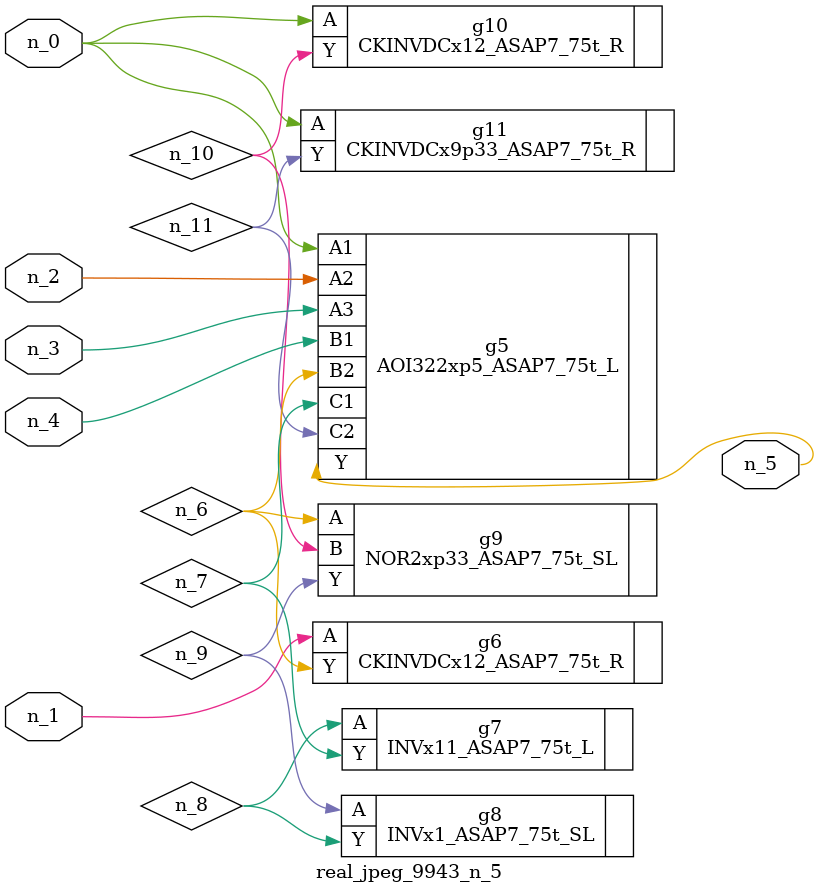
<source format=v>
module real_jpeg_9943_n_5 (n_4, n_0, n_1, n_2, n_3, n_5);

input n_4;
input n_0;
input n_1;
input n_2;
input n_3;

output n_5;

wire n_8;
wire n_11;
wire n_6;
wire n_7;
wire n_10;
wire n_9;

AOI322xp5_ASAP7_75t_L g5 ( 
.A1(n_0),
.A2(n_2),
.A3(n_3),
.B1(n_4),
.B2(n_6),
.C1(n_7),
.C2(n_11),
.Y(n_5)
);

CKINVDCx12_ASAP7_75t_R g10 ( 
.A(n_0),
.Y(n_10)
);

CKINVDCx9p33_ASAP7_75t_R g11 ( 
.A(n_0),
.Y(n_11)
);

CKINVDCx12_ASAP7_75t_R g6 ( 
.A(n_1),
.Y(n_6)
);

NOR2xp33_ASAP7_75t_SL g9 ( 
.A(n_6),
.B(n_10),
.Y(n_9)
);

INVx11_ASAP7_75t_L g7 ( 
.A(n_8),
.Y(n_7)
);

INVx1_ASAP7_75t_SL g8 ( 
.A(n_9),
.Y(n_8)
);


endmodule
</source>
